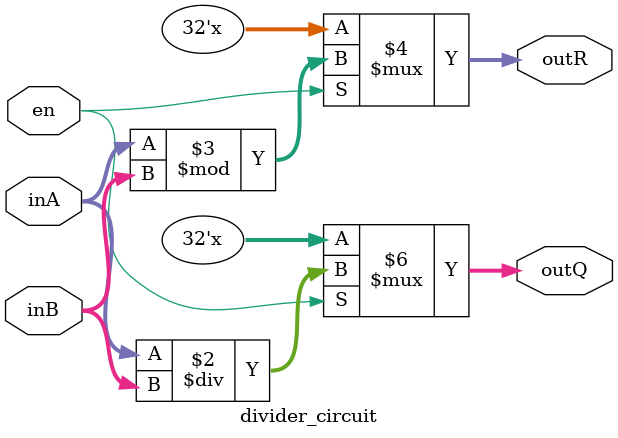
<source format=v>
`timescale 1ns / 1ps

module divider_circuit(
         input [31:0] inA,
         input [31:0] inB,
         input en,
         output reg [31:0] outQ,
         output reg [31:0] outR
       );


always @(*)
  begin
    if(en)
      begin
        outQ <= inA / inB;
        outR <= inA % inB;
      end
  end
endmodule

</source>
